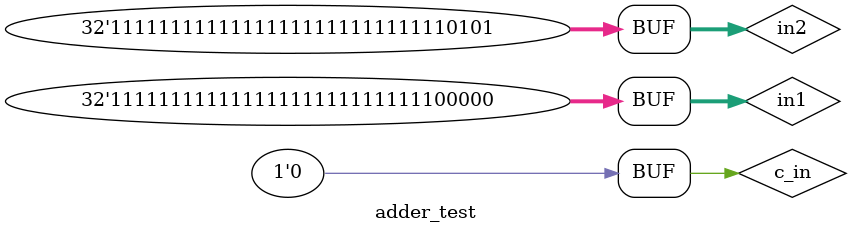
<source format=v>
`timescale 1ns / 1ps


module adder_test;

	// Inputs
	reg [31:0] in1;
	reg [31:0] in2;
	reg c_in;

	// Outputs
	wire [31:0] sum;
	wire c_out;

	// Instantiate the Unit Under Test (UUT)
	adder_32bit uut (
		.in1(in1), 
		.in2(in2), 
		.c_in(c_in), 
		.sum(sum), 
		.c_out(c_out)
	);

	initial begin
		// Initialize Inputs
		in1 = 0;
		in2 = 0;
		c_in = 0;

		// Wait 100 ns for global reset to finish
		#100;
		in1 = -32;
		in2 = -11;
        
		// Add stimulus here

	end
      
endmodule


</source>
